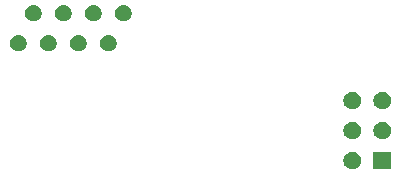
<source format=gbr>
G04 #@! TF.GenerationSoftware,KiCad,Pcbnew,5.1.4*
G04 #@! TF.CreationDate,2019-12-12T21:33:50-05:00*
G04 #@! TF.ProjectId,Suspension_Travel,53757370-656e-4736-996f-6e5f54726176,rev?*
G04 #@! TF.SameCoordinates,Original*
G04 #@! TF.FileFunction,Soldermask,Bot*
G04 #@! TF.FilePolarity,Negative*
%FSLAX46Y46*%
G04 Gerber Fmt 4.6, Leading zero omitted, Abs format (unit mm)*
G04 Created by KiCad (PCBNEW 5.1.4) date 2019-12-12 21:33:50*
%MOMM*%
%LPD*%
G04 APERTURE LIST*
%ADD10C,0.100000*%
G04 APERTURE END LIST*
D10*
G36*
X152111059Y-91225860D02*
G01*
X152247732Y-91282472D01*
X152370735Y-91364660D01*
X152475340Y-91469265D01*
X152557528Y-91592268D01*
X152614140Y-91728941D01*
X152643000Y-91874033D01*
X152643000Y-92021967D01*
X152614140Y-92167059D01*
X152557528Y-92303732D01*
X152475340Y-92426735D01*
X152370735Y-92531340D01*
X152247732Y-92613528D01*
X152247731Y-92613529D01*
X152247730Y-92613529D01*
X152111059Y-92670140D01*
X151965968Y-92699000D01*
X151818032Y-92699000D01*
X151672941Y-92670140D01*
X151536270Y-92613529D01*
X151536269Y-92613529D01*
X151536268Y-92613528D01*
X151413265Y-92531340D01*
X151308660Y-92426735D01*
X151226472Y-92303732D01*
X151169860Y-92167059D01*
X151141000Y-92021967D01*
X151141000Y-91874033D01*
X151169860Y-91728941D01*
X151226472Y-91592268D01*
X151308660Y-91469265D01*
X151413265Y-91364660D01*
X151536268Y-91282472D01*
X151672941Y-91225860D01*
X151818032Y-91197000D01*
X151965968Y-91197000D01*
X152111059Y-91225860D01*
X152111059Y-91225860D01*
G37*
G36*
X155183000Y-92699000D02*
G01*
X153681000Y-92699000D01*
X153681000Y-91197000D01*
X155183000Y-91197000D01*
X155183000Y-92699000D01*
X155183000Y-92699000D01*
G37*
G36*
X154651059Y-88685860D02*
G01*
X154787732Y-88742472D01*
X154910735Y-88824660D01*
X155015340Y-88929265D01*
X155097528Y-89052268D01*
X155154140Y-89188941D01*
X155183000Y-89334033D01*
X155183000Y-89481967D01*
X155154140Y-89627059D01*
X155097528Y-89763732D01*
X155015340Y-89886735D01*
X154910735Y-89991340D01*
X154787732Y-90073528D01*
X154787731Y-90073529D01*
X154787730Y-90073529D01*
X154651059Y-90130140D01*
X154505968Y-90159000D01*
X154358032Y-90159000D01*
X154212941Y-90130140D01*
X154076270Y-90073529D01*
X154076269Y-90073529D01*
X154076268Y-90073528D01*
X153953265Y-89991340D01*
X153848660Y-89886735D01*
X153766472Y-89763732D01*
X153709860Y-89627059D01*
X153681000Y-89481967D01*
X153681000Y-89334033D01*
X153709860Y-89188941D01*
X153766472Y-89052268D01*
X153848660Y-88929265D01*
X153953265Y-88824660D01*
X154076268Y-88742472D01*
X154212941Y-88685860D01*
X154358032Y-88657000D01*
X154505968Y-88657000D01*
X154651059Y-88685860D01*
X154651059Y-88685860D01*
G37*
G36*
X152111059Y-88685860D02*
G01*
X152247732Y-88742472D01*
X152370735Y-88824660D01*
X152475340Y-88929265D01*
X152557528Y-89052268D01*
X152614140Y-89188941D01*
X152643000Y-89334033D01*
X152643000Y-89481967D01*
X152614140Y-89627059D01*
X152557528Y-89763732D01*
X152475340Y-89886735D01*
X152370735Y-89991340D01*
X152247732Y-90073528D01*
X152247731Y-90073529D01*
X152247730Y-90073529D01*
X152111059Y-90130140D01*
X151965968Y-90159000D01*
X151818032Y-90159000D01*
X151672941Y-90130140D01*
X151536270Y-90073529D01*
X151536269Y-90073529D01*
X151536268Y-90073528D01*
X151413265Y-89991340D01*
X151308660Y-89886735D01*
X151226472Y-89763732D01*
X151169860Y-89627059D01*
X151141000Y-89481967D01*
X151141000Y-89334033D01*
X151169860Y-89188941D01*
X151226472Y-89052268D01*
X151308660Y-88929265D01*
X151413265Y-88824660D01*
X151536268Y-88742472D01*
X151672941Y-88685860D01*
X151818032Y-88657000D01*
X151965968Y-88657000D01*
X152111059Y-88685860D01*
X152111059Y-88685860D01*
G37*
G36*
X152111059Y-86145860D02*
G01*
X152247732Y-86202472D01*
X152370735Y-86284660D01*
X152475340Y-86389265D01*
X152557528Y-86512268D01*
X152614140Y-86648941D01*
X152643000Y-86794033D01*
X152643000Y-86941967D01*
X152614140Y-87087059D01*
X152557528Y-87223732D01*
X152475340Y-87346735D01*
X152370735Y-87451340D01*
X152247732Y-87533528D01*
X152247731Y-87533529D01*
X152247730Y-87533529D01*
X152111059Y-87590140D01*
X151965968Y-87619000D01*
X151818032Y-87619000D01*
X151672941Y-87590140D01*
X151536270Y-87533529D01*
X151536269Y-87533529D01*
X151536268Y-87533528D01*
X151413265Y-87451340D01*
X151308660Y-87346735D01*
X151226472Y-87223732D01*
X151169860Y-87087059D01*
X151141000Y-86941967D01*
X151141000Y-86794033D01*
X151169860Y-86648941D01*
X151226472Y-86512268D01*
X151308660Y-86389265D01*
X151413265Y-86284660D01*
X151536268Y-86202472D01*
X151672941Y-86145860D01*
X151818032Y-86117000D01*
X151965968Y-86117000D01*
X152111059Y-86145860D01*
X152111059Y-86145860D01*
G37*
G36*
X154651059Y-86145860D02*
G01*
X154787732Y-86202472D01*
X154910735Y-86284660D01*
X155015340Y-86389265D01*
X155097528Y-86512268D01*
X155154140Y-86648941D01*
X155183000Y-86794033D01*
X155183000Y-86941967D01*
X155154140Y-87087059D01*
X155097528Y-87223732D01*
X155015340Y-87346735D01*
X154910735Y-87451340D01*
X154787732Y-87533528D01*
X154787731Y-87533529D01*
X154787730Y-87533529D01*
X154651059Y-87590140D01*
X154505968Y-87619000D01*
X154358032Y-87619000D01*
X154212941Y-87590140D01*
X154076270Y-87533529D01*
X154076269Y-87533529D01*
X154076268Y-87533528D01*
X153953265Y-87451340D01*
X153848660Y-87346735D01*
X153766472Y-87223732D01*
X153709860Y-87087059D01*
X153681000Y-86941967D01*
X153681000Y-86794033D01*
X153709860Y-86648941D01*
X153766472Y-86512268D01*
X153848660Y-86389265D01*
X153953265Y-86284660D01*
X154076268Y-86202472D01*
X154212941Y-86145860D01*
X154358032Y-86117000D01*
X154505968Y-86117000D01*
X154651059Y-86145860D01*
X154651059Y-86145860D01*
G37*
G36*
X131446273Y-81342538D02*
G01*
X131573849Y-81395382D01*
X131688659Y-81472095D01*
X131786305Y-81569741D01*
X131863018Y-81684551D01*
X131915862Y-81812127D01*
X131942800Y-81947556D01*
X131942800Y-82085644D01*
X131915862Y-82221073D01*
X131863018Y-82348649D01*
X131786305Y-82463459D01*
X131688659Y-82561105D01*
X131573849Y-82637818D01*
X131446273Y-82690662D01*
X131310844Y-82717600D01*
X131172756Y-82717600D01*
X131037327Y-82690662D01*
X130909751Y-82637818D01*
X130794941Y-82561105D01*
X130697295Y-82463459D01*
X130620582Y-82348649D01*
X130567738Y-82221073D01*
X130540800Y-82085644D01*
X130540800Y-81947556D01*
X130567738Y-81812127D01*
X130620582Y-81684551D01*
X130697295Y-81569741D01*
X130794941Y-81472095D01*
X130909751Y-81395382D01*
X131037327Y-81342538D01*
X131172756Y-81315600D01*
X131310844Y-81315600D01*
X131446273Y-81342538D01*
X131446273Y-81342538D01*
G37*
G36*
X128906273Y-81342538D02*
G01*
X129033849Y-81395382D01*
X129148659Y-81472095D01*
X129246305Y-81569741D01*
X129323018Y-81684551D01*
X129375862Y-81812127D01*
X129402800Y-81947556D01*
X129402800Y-82085644D01*
X129375862Y-82221073D01*
X129323018Y-82348649D01*
X129246305Y-82463459D01*
X129148659Y-82561105D01*
X129033849Y-82637818D01*
X128906273Y-82690662D01*
X128770844Y-82717600D01*
X128632756Y-82717600D01*
X128497327Y-82690662D01*
X128369751Y-82637818D01*
X128254941Y-82561105D01*
X128157295Y-82463459D01*
X128080582Y-82348649D01*
X128027738Y-82221073D01*
X128000800Y-82085644D01*
X128000800Y-81947556D01*
X128027738Y-81812127D01*
X128080582Y-81684551D01*
X128157295Y-81569741D01*
X128254941Y-81472095D01*
X128369751Y-81395382D01*
X128497327Y-81342538D01*
X128632756Y-81315600D01*
X128770844Y-81315600D01*
X128906273Y-81342538D01*
X128906273Y-81342538D01*
G37*
G36*
X126366273Y-81342538D02*
G01*
X126493849Y-81395382D01*
X126608659Y-81472095D01*
X126706305Y-81569741D01*
X126783018Y-81684551D01*
X126835862Y-81812127D01*
X126862800Y-81947556D01*
X126862800Y-82085644D01*
X126835862Y-82221073D01*
X126783018Y-82348649D01*
X126706305Y-82463459D01*
X126608659Y-82561105D01*
X126493849Y-82637818D01*
X126366273Y-82690662D01*
X126230844Y-82717600D01*
X126092756Y-82717600D01*
X125957327Y-82690662D01*
X125829751Y-82637818D01*
X125714941Y-82561105D01*
X125617295Y-82463459D01*
X125540582Y-82348649D01*
X125487738Y-82221073D01*
X125460800Y-82085644D01*
X125460800Y-81947556D01*
X125487738Y-81812127D01*
X125540582Y-81684551D01*
X125617295Y-81569741D01*
X125714941Y-81472095D01*
X125829751Y-81395382D01*
X125957327Y-81342538D01*
X126092756Y-81315600D01*
X126230844Y-81315600D01*
X126366273Y-81342538D01*
X126366273Y-81342538D01*
G37*
G36*
X123826273Y-81342538D02*
G01*
X123953849Y-81395382D01*
X124068659Y-81472095D01*
X124166305Y-81569741D01*
X124243018Y-81684551D01*
X124295862Y-81812127D01*
X124322800Y-81947556D01*
X124322800Y-82085644D01*
X124295862Y-82221073D01*
X124243018Y-82348649D01*
X124166305Y-82463459D01*
X124068659Y-82561105D01*
X123953849Y-82637818D01*
X123826273Y-82690662D01*
X123690844Y-82717600D01*
X123552756Y-82717600D01*
X123417327Y-82690662D01*
X123289751Y-82637818D01*
X123174941Y-82561105D01*
X123077295Y-82463459D01*
X123000582Y-82348649D01*
X122947738Y-82221073D01*
X122920800Y-82085644D01*
X122920800Y-81947556D01*
X122947738Y-81812127D01*
X123000582Y-81684551D01*
X123077295Y-81569741D01*
X123174941Y-81472095D01*
X123289751Y-81395382D01*
X123417327Y-81342538D01*
X123552756Y-81315600D01*
X123690844Y-81315600D01*
X123826273Y-81342538D01*
X123826273Y-81342538D01*
G37*
G36*
X127636273Y-78802538D02*
G01*
X127763849Y-78855382D01*
X127878659Y-78932095D01*
X127976305Y-79029741D01*
X128053018Y-79144551D01*
X128105862Y-79272127D01*
X128132800Y-79407556D01*
X128132800Y-79545644D01*
X128105862Y-79681073D01*
X128053018Y-79808649D01*
X127976305Y-79923459D01*
X127878659Y-80021105D01*
X127763849Y-80097818D01*
X127636273Y-80150662D01*
X127500844Y-80177600D01*
X127362756Y-80177600D01*
X127227327Y-80150662D01*
X127099751Y-80097818D01*
X126984941Y-80021105D01*
X126887295Y-79923459D01*
X126810582Y-79808649D01*
X126757738Y-79681073D01*
X126730800Y-79545644D01*
X126730800Y-79407556D01*
X126757738Y-79272127D01*
X126810582Y-79144551D01*
X126887295Y-79029741D01*
X126984941Y-78932095D01*
X127099751Y-78855382D01*
X127227327Y-78802538D01*
X127362756Y-78775600D01*
X127500844Y-78775600D01*
X127636273Y-78802538D01*
X127636273Y-78802538D01*
G37*
G36*
X132716273Y-78802538D02*
G01*
X132843849Y-78855382D01*
X132958659Y-78932095D01*
X133056305Y-79029741D01*
X133133018Y-79144551D01*
X133185862Y-79272127D01*
X133212800Y-79407556D01*
X133212800Y-79545644D01*
X133185862Y-79681073D01*
X133133018Y-79808649D01*
X133056305Y-79923459D01*
X132958659Y-80021105D01*
X132843849Y-80097818D01*
X132716273Y-80150662D01*
X132580844Y-80177600D01*
X132442756Y-80177600D01*
X132307327Y-80150662D01*
X132179751Y-80097818D01*
X132064941Y-80021105D01*
X131967295Y-79923459D01*
X131890582Y-79808649D01*
X131837738Y-79681073D01*
X131810800Y-79545644D01*
X131810800Y-79407556D01*
X131837738Y-79272127D01*
X131890582Y-79144551D01*
X131967295Y-79029741D01*
X132064941Y-78932095D01*
X132179751Y-78855382D01*
X132307327Y-78802538D01*
X132442756Y-78775600D01*
X132580844Y-78775600D01*
X132716273Y-78802538D01*
X132716273Y-78802538D01*
G37*
G36*
X130176273Y-78802538D02*
G01*
X130303849Y-78855382D01*
X130418659Y-78932095D01*
X130516305Y-79029741D01*
X130593018Y-79144551D01*
X130645862Y-79272127D01*
X130672800Y-79407556D01*
X130672800Y-79545644D01*
X130645862Y-79681073D01*
X130593018Y-79808649D01*
X130516305Y-79923459D01*
X130418659Y-80021105D01*
X130303849Y-80097818D01*
X130176273Y-80150662D01*
X130040844Y-80177600D01*
X129902756Y-80177600D01*
X129767327Y-80150662D01*
X129639751Y-80097818D01*
X129524941Y-80021105D01*
X129427295Y-79923459D01*
X129350582Y-79808649D01*
X129297738Y-79681073D01*
X129270800Y-79545644D01*
X129270800Y-79407556D01*
X129297738Y-79272127D01*
X129350582Y-79144551D01*
X129427295Y-79029741D01*
X129524941Y-78932095D01*
X129639751Y-78855382D01*
X129767327Y-78802538D01*
X129902756Y-78775600D01*
X130040844Y-78775600D01*
X130176273Y-78802538D01*
X130176273Y-78802538D01*
G37*
G36*
X125096273Y-78802538D02*
G01*
X125223849Y-78855382D01*
X125338659Y-78932095D01*
X125436305Y-79029741D01*
X125513018Y-79144551D01*
X125565862Y-79272127D01*
X125592800Y-79407556D01*
X125592800Y-79545644D01*
X125565862Y-79681073D01*
X125513018Y-79808649D01*
X125436305Y-79923459D01*
X125338659Y-80021105D01*
X125223849Y-80097818D01*
X125096273Y-80150662D01*
X124960844Y-80177600D01*
X124822756Y-80177600D01*
X124687327Y-80150662D01*
X124559751Y-80097818D01*
X124444941Y-80021105D01*
X124347295Y-79923459D01*
X124270582Y-79808649D01*
X124217738Y-79681073D01*
X124190800Y-79545644D01*
X124190800Y-79407556D01*
X124217738Y-79272127D01*
X124270582Y-79144551D01*
X124347295Y-79029741D01*
X124444941Y-78932095D01*
X124559751Y-78855382D01*
X124687327Y-78802538D01*
X124822756Y-78775600D01*
X124960844Y-78775600D01*
X125096273Y-78802538D01*
X125096273Y-78802538D01*
G37*
M02*

</source>
